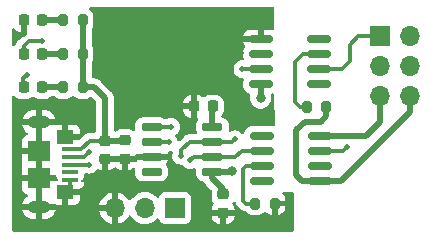
<source format=gbr>
%TF.GenerationSoftware,KiCad,Pcbnew,7.0.2*%
%TF.CreationDate,2023-06-02T20:19:36-04:00*%
%TF.ProjectId,Zaelio_USB_YHP,5a61656c-696f-45f5-9553-425f5948502e,rev?*%
%TF.SameCoordinates,Original*%
%TF.FileFunction,Copper,L1,Top*%
%TF.FilePolarity,Positive*%
%FSLAX46Y46*%
G04 Gerber Fmt 4.6, Leading zero omitted, Abs format (unit mm)*
G04 Created by KiCad (PCBNEW 7.0.2) date 2023-06-02 20:19:36*
%MOMM*%
%LPD*%
G01*
G04 APERTURE LIST*
G04 Aperture macros list*
%AMRoundRect*
0 Rectangle with rounded corners*
0 $1 Rounding radius*
0 $2 $3 $4 $5 $6 $7 $8 $9 X,Y pos of 4 corners*
0 Add a 4 corners polygon primitive as box body*
4,1,4,$2,$3,$4,$5,$6,$7,$8,$9,$2,$3,0*
0 Add four circle primitives for the rounded corners*
1,1,$1+$1,$2,$3*
1,1,$1+$1,$4,$5*
1,1,$1+$1,$6,$7*
1,1,$1+$1,$8,$9*
0 Add four rect primitives between the rounded corners*
20,1,$1+$1,$2,$3,$4,$5,0*
20,1,$1+$1,$4,$5,$6,$7,0*
20,1,$1+$1,$6,$7,$8,$9,0*
20,1,$1+$1,$8,$9,$2,$3,0*%
G04 Aperture macros list end*
%TA.AperFunction,ComponentPad*%
%ADD10R,1.700000X1.700000*%
%TD*%
%TA.AperFunction,ComponentPad*%
%ADD11O,1.700000X1.700000*%
%TD*%
%TA.AperFunction,SMDPad,CuDef*%
%ADD12RoundRect,0.150000X-0.725000X-0.150000X0.725000X-0.150000X0.725000X0.150000X-0.725000X0.150000X0*%
%TD*%
%TA.AperFunction,SMDPad,CuDef*%
%ADD13RoundRect,0.200000X0.200000X0.275000X-0.200000X0.275000X-0.200000X-0.275000X0.200000X-0.275000X0*%
%TD*%
%TA.AperFunction,SMDPad,CuDef*%
%ADD14RoundRect,0.218750X-0.218750X-0.256250X0.218750X-0.256250X0.218750X0.256250X-0.218750X0.256250X0*%
%TD*%
%TA.AperFunction,SMDPad,CuDef*%
%ADD15RoundRect,0.225000X0.225000X0.250000X-0.225000X0.250000X-0.225000X-0.250000X0.225000X-0.250000X0*%
%TD*%
%TA.AperFunction,SMDPad,CuDef*%
%ADD16RoundRect,0.150000X0.825000X0.150000X-0.825000X0.150000X-0.825000X-0.150000X0.825000X-0.150000X0*%
%TD*%
%TA.AperFunction,SMDPad,CuDef*%
%ADD17RoundRect,0.150000X-0.825000X-0.150000X0.825000X-0.150000X0.825000X0.150000X-0.825000X0.150000X0*%
%TD*%
%TA.AperFunction,SMDPad,CuDef*%
%ADD18RoundRect,0.200000X-0.200000X-0.275000X0.200000X-0.275000X0.200000X0.275000X-0.200000X0.275000X0*%
%TD*%
%TA.AperFunction,SMDPad,CuDef*%
%ADD19RoundRect,0.225000X-0.250000X0.225000X-0.250000X-0.225000X0.250000X-0.225000X0.250000X0.225000X0*%
%TD*%
%TA.AperFunction,SMDPad,CuDef*%
%ADD20R,1.400000X0.400000*%
%TD*%
%TA.AperFunction,ComponentPad*%
%ADD21O,1.900000X1.050000*%
%TD*%
%TA.AperFunction,SMDPad,CuDef*%
%ADD22R,1.450000X1.150000*%
%TD*%
%TA.AperFunction,SMDPad,CuDef*%
%ADD23R,1.900000X1.750000*%
%TD*%
%TA.AperFunction,ViaPad*%
%ADD24C,0.500000*%
%TD*%
%TA.AperFunction,ViaPad*%
%ADD25C,0.800000*%
%TD*%
%TA.AperFunction,Conductor*%
%ADD26C,0.500000*%
%TD*%
%TA.AperFunction,Conductor*%
%ADD27C,0.300000*%
%TD*%
G04 APERTURE END LIST*
D10*
%TO.P,J1,1,Pin_1*%
%TO.N,Net-(J1-Pin_1)*%
X142790000Y-49595000D03*
D11*
%TO.P,J1,2,Pin_2*%
%TO.N,unconnected-(J1-Pin_2-Pad2)*%
X145330000Y-49595000D03*
%TO.P,J1,3,Pin_3*%
%TO.N,Net-(J1-Pin_3)*%
X142790000Y-52135000D03*
%TO.P,J1,4,Pin_4*%
%TO.N,unconnected-(J1-Pin_4-Pad4)*%
X145330000Y-52135000D03*
%TO.P,J1,5,Pin_5*%
%TO.N,Net-(J1-Pin_5)*%
X142790000Y-54675000D03*
%TO.P,J1,6,Pin_6*%
%TO.N,Earth*%
X145330000Y-54675000D03*
%TD*%
D10*
%TO.P,J3,1,Pin_1*%
%TO.N,/TX*%
X125390000Y-64110000D03*
D11*
%TO.P,J3,2,Pin_2*%
%TO.N,/RX*%
X122850000Y-64110000D03*
%TO.P,J3,3,Pin_3*%
%TO.N,GND*%
X120310000Y-64110000D03*
%TD*%
D12*
%TO.P,U4,1,UD+*%
%TO.N,Net-(J2-D+)*%
X123415000Y-57255000D03*
%TO.P,U4,2,UD-*%
%TO.N,Net-(J2-D-)*%
X123415000Y-58525000D03*
%TO.P,U4,3,GND*%
%TO.N,GND*%
X123415000Y-59795000D03*
%TO.P,U4,4,RTS#*%
%TO.N,unconnected-(U4-RTS#-Pad4)*%
X123415000Y-61065000D03*
%TO.P,U4,5,VCC*%
%TO.N,/+5V_USB*%
X128565000Y-61065000D03*
%TO.P,U4,6,TX*%
%TO.N,/TX*%
X128565000Y-59795000D03*
%TO.P,U4,7,RX*%
%TO.N,/RX*%
X128565000Y-58525000D03*
%TO.P,U4,8,V3*%
%TO.N,Net-(U4-V3)*%
X128565000Y-57255000D03*
%TD*%
D13*
%TO.P,R4,1*%
%TO.N,/+5V_USB*%
X117580000Y-51060000D03*
%TO.P,R4,2*%
%TO.N,Net-(D2-A)*%
X115930000Y-51060000D03*
%TD*%
D14*
%TO.P,D2,1,K*%
%TO.N,/RX*%
X112582500Y-51080000D03*
%TO.P,D2,2,A*%
%TO.N,Net-(D2-A)*%
X114157500Y-51080000D03*
%TD*%
D15*
%TO.P,C1,1*%
%TO.N,Net-(U4-V3)*%
X128585000Y-55510000D03*
%TO.P,C1,2*%
%TO.N,GND*%
X127035000Y-55510000D03*
%TD*%
D14*
%TO.P,D1,1,K*%
%TO.N,GND*%
X112582500Y-48220000D03*
%TO.P,D1,2,A*%
%TO.N,Net-(D1-A)*%
X114157500Y-48220000D03*
%TD*%
D16*
%TO.P,U1,1*%
%TO.N,unconnected-(U1-Pad1)*%
X137615000Y-53615000D03*
%TO.P,U1,2*%
%TO.N,Net-(J1-Pin_1)*%
X137615000Y-52345000D03*
%TO.P,U1,3*%
%TO.N,Net-(R1-Pad1)*%
X137615000Y-51075000D03*
%TO.P,U1,4*%
%TO.N,unconnected-(U1-Pad4)*%
X137615000Y-49805000D03*
%TO.P,U1,5*%
%TO.N,GND*%
X132665000Y-49805000D03*
%TO.P,U1,6*%
%TO.N,unconnected-(U1-Pad6)*%
X132665000Y-51075000D03*
%TO.P,U1,7*%
%TO.N,/RX*%
X132665000Y-52345000D03*
%TO.P,U1,8*%
%TO.N,/+5V_USB*%
X132665000Y-53615000D03*
%TD*%
D17*
%TO.P,U2,1*%
%TO.N,unconnected-(U2-Pad1)*%
X132735000Y-58005000D03*
%TO.P,U2,2*%
%TO.N,/TX*%
X132735000Y-59275000D03*
%TO.P,U2,3*%
%TO.N,Net-(R2-Pad1)*%
X132735000Y-60545000D03*
%TO.P,U2,4*%
%TO.N,unconnected-(U2-Pad4)*%
X132735000Y-61815000D03*
%TO.P,U2,5*%
%TO.N,Earth*%
X137685000Y-61815000D03*
%TO.P,U2,6*%
%TO.N,unconnected-(U2-Pad6)*%
X137685000Y-60545000D03*
%TO.P,U2,7*%
%TO.N,Net-(J1-Pin_3)*%
X137685000Y-59275000D03*
%TO.P,U2,8*%
%TO.N,Net-(J1-Pin_5)*%
X137685000Y-58005000D03*
%TD*%
D18*
%TO.P,R2,1*%
%TO.N,Net-(R2-Pad1)*%
X132185000Y-63740000D03*
%TO.P,R2,2*%
%TO.N,GND*%
X133835000Y-63740000D03*
%TD*%
D19*
%TO.P,C3,1*%
%TO.N,/+5V_USB*%
X119480000Y-58405000D03*
%TO.P,C3,2*%
%TO.N,GND*%
X119480000Y-59955000D03*
%TD*%
D14*
%TO.P,D3,1,K*%
%TO.N,/TX*%
X112582500Y-53900000D03*
%TO.P,D3,2,A*%
%TO.N,Net-(D3-A)*%
X114157500Y-53900000D03*
%TD*%
D13*
%TO.P,R3,1*%
%TO.N,/+5V_USB*%
X117580000Y-48220000D03*
%TO.P,R3,2*%
%TO.N,Net-(D1-A)*%
X115930000Y-48220000D03*
%TD*%
D19*
%TO.P,C4,1*%
%TO.N,/+5V_USB*%
X121150000Y-58395000D03*
%TO.P,C4,2*%
%TO.N,GND*%
X121150000Y-59945000D03*
%TD*%
D20*
%TO.P,J2,1,VBUS*%
%TO.N,/+5V_USB*%
X116530000Y-59145000D03*
%TO.P,J2,2,D-*%
%TO.N,Net-(J2-D-)*%
X116530000Y-59795000D03*
%TO.P,J2,3,D+*%
%TO.N,Net-(J2-D+)*%
X116530000Y-60445000D03*
%TO.P,J2,4,ID*%
%TO.N,unconnected-(J2-ID-Pad4)*%
X116530000Y-61095000D03*
%TO.P,J2,5,GND*%
%TO.N,GND*%
X116530000Y-61745000D03*
D21*
%TO.P,J2,6,Shield*%
X113880000Y-56870000D03*
D22*
X116110000Y-58125000D03*
D23*
X113880000Y-59320000D03*
X113880000Y-61570000D03*
D22*
X116110000Y-62765000D03*
D21*
X113880000Y-64020000D03*
%TD*%
D13*
%TO.P,R5,1*%
%TO.N,/+5V_USB*%
X117580000Y-53900000D03*
%TO.P,R5,2*%
%TO.N,Net-(D3-A)*%
X115930000Y-53900000D03*
%TD*%
D18*
%TO.P,R1,1*%
%TO.N,Net-(R1-Pad1)*%
X136560000Y-55550000D03*
%TO.P,R1,2*%
%TO.N,Earth*%
X138210000Y-55550000D03*
%TD*%
D19*
%TO.P,C2,1*%
%TO.N,/+5V_USB*%
X129470000Y-62955000D03*
%TO.P,C2,2*%
%TO.N,GND*%
X129470000Y-64505000D03*
%TD*%
D24*
%TO.N,GND*%
X128000000Y-54000000D03*
X121000000Y-55000000D03*
X132000000Y-65000000D03*
X130000000Y-50000000D03*
X125000000Y-55000000D03*
X127000000Y-48000000D03*
X120000000Y-48000000D03*
X119000000Y-51000000D03*
X119000000Y-62000000D03*
X123000000Y-48000000D03*
X121000000Y-51000000D03*
X132000000Y-48000000D03*
X116000000Y-65000000D03*
X124000000Y-48000000D03*
X125000000Y-52000000D03*
X133000000Y-65000000D03*
X131000000Y-50000000D03*
X130000000Y-49000000D03*
X122000000Y-55000000D03*
X124000000Y-54000000D03*
X115000000Y-55000000D03*
X125000000Y-48000000D03*
X121000000Y-54000000D03*
X128000000Y-49000000D03*
X129000000Y-53000000D03*
X121000000Y-62000000D03*
X126000000Y-48000000D03*
X119000000Y-52000000D03*
X131000000Y-49000000D03*
X130000000Y-51000000D03*
X128000000Y-50000000D03*
X120000000Y-62000000D03*
X122000000Y-48000000D03*
X130000000Y-48000000D03*
X119000000Y-53000000D03*
X123000000Y-53000000D03*
X119000000Y-48000000D03*
X123000000Y-51000000D03*
X129000000Y-49000000D03*
X122000000Y-62000000D03*
X129000000Y-54000000D03*
X123000000Y-55000000D03*
X124000000Y-52000000D03*
X133000000Y-48000000D03*
X124000000Y-53000000D03*
X123000000Y-54000000D03*
X135000000Y-65000000D03*
X134000000Y-65000000D03*
X125000000Y-53000000D03*
X124000000Y-55000000D03*
X125000000Y-54000000D03*
X128000000Y-48000000D03*
X120000000Y-51000000D03*
X122000000Y-54000000D03*
X131000000Y-48000000D03*
X130000000Y-52000000D03*
X129000000Y-50000000D03*
X123000000Y-52000000D03*
X131000000Y-51000000D03*
X121000000Y-48000000D03*
X128000000Y-52000000D03*
X124000000Y-51000000D03*
X128000000Y-53000000D03*
X129000000Y-48000000D03*
X128000000Y-51000000D03*
X120000000Y-52000000D03*
X127000000Y-49000000D03*
X129000000Y-52000000D03*
X129000000Y-51000000D03*
X122000000Y-51000000D03*
X112590000Y-49390000D03*
X122000000Y-53000000D03*
X121000000Y-52000000D03*
X121000000Y-53000000D03*
X120000000Y-53000000D03*
X122000000Y-52000000D03*
D25*
%TO.N,/+5V_USB*%
X130240000Y-61020000D03*
X132650000Y-54800000D03*
D24*
X119470000Y-57600000D03*
%TO.N,/RX*%
X131110000Y-52360000D03*
X130460000Y-58310000D03*
X114170000Y-49950000D03*
X125920000Y-59690000D03*
%TO.N,/TX*%
X112880000Y-52820000D03*
X126690000Y-60090000D03*
%TO.N,Net-(J1-Pin_3)*%
X139930000Y-58980000D03*
%TO.N,Net-(J2-D-)*%
X124860000Y-58560000D03*
X118080000Y-59370000D03*
%TO.N,Net-(J2-D+)*%
X125070000Y-57260000D03*
X118130000Y-60450000D03*
%TD*%
D26*
%TO.N,Net-(U4-V3)*%
X128565000Y-57255000D02*
X128565000Y-55530000D01*
X128565000Y-55530000D02*
X128585000Y-55510000D01*
D27*
%TO.N,GND*%
X116530000Y-62345000D02*
X116110000Y-62765000D01*
X112582500Y-49382500D02*
X112590000Y-49390000D01*
X116530000Y-61745000D02*
X116530000Y-62345000D01*
X112582500Y-48220000D02*
X112582500Y-49382500D01*
D26*
%TO.N,/+5V_USB*%
X117580000Y-48220000D02*
X117580000Y-51060000D01*
X117580000Y-53900000D02*
X118550000Y-53900000D01*
X132650000Y-54800000D02*
X132650000Y-53630000D01*
X132650000Y-53630000D02*
X132665000Y-53615000D01*
X119480000Y-58405000D02*
X121140000Y-58405000D01*
X129470000Y-62520000D02*
X129470000Y-62955000D01*
X118550000Y-53900000D02*
X119470000Y-54820000D01*
X128565000Y-61615000D02*
X129470000Y-62520000D01*
X119470000Y-54820000D02*
X119470000Y-58395000D01*
X121140000Y-58405000D02*
X121150000Y-58395000D01*
X119470000Y-58395000D02*
X119480000Y-58405000D01*
X128565000Y-61065000D02*
X130195000Y-61065000D01*
D27*
X116530000Y-59145000D02*
X117456471Y-59145000D01*
X117456471Y-59145000D02*
X118196471Y-58405000D01*
D26*
X117580000Y-51060000D02*
X117580000Y-53900000D01*
X130195000Y-61065000D02*
X130240000Y-61020000D01*
X128565000Y-61065000D02*
X128565000Y-61615000D01*
D27*
X118196471Y-58405000D02*
X119480000Y-58405000D01*
D26*
%TO.N,Net-(D1-A)*%
X114157500Y-48220000D02*
X115930000Y-48220000D01*
D27*
%TO.N,/RX*%
X130245000Y-58525000D02*
X130460000Y-58310000D01*
X126000000Y-59160000D02*
X125920000Y-59240000D01*
X114170000Y-49950000D02*
X113020000Y-49950000D01*
X132650000Y-52360000D02*
X132665000Y-52345000D01*
X126635000Y-58525000D02*
X126000000Y-59160000D01*
X131110000Y-52360000D02*
X132650000Y-52360000D01*
X128565000Y-58525000D02*
X126635000Y-58525000D01*
X128565000Y-58525000D02*
X130245000Y-58525000D01*
X125920000Y-59240000D02*
X125920000Y-59690000D01*
X113020000Y-49950000D02*
X112590000Y-50380000D01*
X112590000Y-51072500D02*
X112582500Y-51080000D01*
X112590000Y-50380000D02*
X112590000Y-51072500D01*
D26*
%TO.N,Net-(D2-A)*%
X114157500Y-51080000D02*
X115910000Y-51080000D01*
X115910000Y-51080000D02*
X115930000Y-51060000D01*
D27*
%TO.N,/TX*%
X112880000Y-52820000D02*
X112570000Y-53130000D01*
X112570000Y-53887500D02*
X112582500Y-53900000D01*
X128565000Y-59795000D02*
X130515000Y-59795000D01*
X128565000Y-59795000D02*
X126985000Y-59795000D01*
X131035000Y-59275000D02*
X132735000Y-59275000D01*
X126985000Y-59795000D02*
X126690000Y-60090000D01*
X112570000Y-53130000D02*
X112570000Y-53887500D01*
X130515000Y-59795000D02*
X131035000Y-59275000D01*
D26*
%TO.N,Net-(D3-A)*%
X114157500Y-53900000D02*
X115930000Y-53900000D01*
D27*
%TO.N,Net-(J1-Pin_1)*%
X140915000Y-49595000D02*
X142790000Y-49595000D01*
X137615000Y-52345000D02*
X139495000Y-52345000D01*
X140210000Y-51630000D02*
X140210000Y-50300000D01*
X139495000Y-52345000D02*
X140210000Y-51630000D01*
X140210000Y-50300000D02*
X140915000Y-49595000D01*
%TO.N,Net-(J1-Pin_3)*%
X139635000Y-59275000D02*
X139930000Y-58980000D01*
X137685000Y-59275000D02*
X139635000Y-59275000D01*
D26*
%TO.N,Net-(J1-Pin_5)*%
X141595000Y-58005000D02*
X142790000Y-56810000D01*
X137685000Y-58005000D02*
X141595000Y-58005000D01*
X142790000Y-56810000D02*
X142790000Y-54675000D01*
%TO.N,Earth*%
X136400000Y-56820000D02*
X137750000Y-56820000D01*
X138210000Y-56360000D02*
X138210000Y-55550000D01*
X137685000Y-61815000D02*
X136175000Y-61815000D01*
X135670000Y-57550000D02*
X136400000Y-56820000D01*
X135670000Y-61310000D02*
X135670000Y-57550000D01*
X137750000Y-56820000D02*
X138210000Y-56360000D01*
X139475000Y-61815000D02*
X137685000Y-61815000D01*
X145330000Y-55960000D02*
X139475000Y-61815000D01*
X145330000Y-54675000D02*
X145330000Y-55960000D01*
X136175000Y-61815000D02*
X135670000Y-61310000D01*
D27*
%TO.N,Net-(J2-D-)*%
X124860000Y-58560000D02*
X123450000Y-58560000D01*
X123450000Y-58560000D02*
X123415000Y-58525000D01*
X116530000Y-59795000D02*
X117655000Y-59795000D01*
X117655000Y-59795000D02*
X118080000Y-59370000D01*
%TO.N,Net-(J2-D+)*%
X116530000Y-60445000D02*
X118125000Y-60445000D01*
X118125000Y-60445000D02*
X118130000Y-60450000D01*
X123420000Y-57260000D02*
X123415000Y-57255000D01*
X125070000Y-57260000D02*
X123420000Y-57260000D01*
%TO.N,Net-(R1-Pad1)*%
X135570000Y-51740000D02*
X135570000Y-55120000D01*
X136235000Y-51075000D02*
X135570000Y-51740000D01*
X137615000Y-51075000D02*
X136235000Y-51075000D01*
X136000000Y-55550000D02*
X136560000Y-55550000D01*
X135570000Y-55120000D02*
X136000000Y-55550000D01*
%TO.N,Net-(R2-Pad1)*%
X131160000Y-63490000D02*
X131410000Y-63740000D01*
X131415000Y-60545000D02*
X131160000Y-60800000D01*
X131410000Y-63740000D02*
X132185000Y-63740000D01*
X131160000Y-60800000D02*
X131160000Y-63490000D01*
X132735000Y-60545000D02*
X131415000Y-60545000D01*
%TD*%
%TA.AperFunction,Conductor*%
%TO.N,GND*%
G36*
X111805203Y-54615322D02*
G01*
X111811681Y-54621354D01*
X111914606Y-54724279D01*
X111914608Y-54724280D01*
X111914609Y-54724281D01*
X112057713Y-54812549D01*
X112137513Y-54838992D01*
X112217314Y-54865436D01*
X112312693Y-54875180D01*
X112312694Y-54875180D01*
X112315826Y-54875500D01*
X112318975Y-54875500D01*
X112846025Y-54875500D01*
X112849174Y-54875500D01*
X112947685Y-54865436D01*
X113107287Y-54812549D01*
X113250391Y-54724281D01*
X113282317Y-54692353D01*
X113343640Y-54658868D01*
X113413332Y-54663852D01*
X113457682Y-54692354D01*
X113489606Y-54724279D01*
X113489608Y-54724280D01*
X113489609Y-54724281D01*
X113632713Y-54812549D01*
X113712513Y-54838992D01*
X113792314Y-54865436D01*
X113887693Y-54875180D01*
X113887694Y-54875180D01*
X113890826Y-54875500D01*
X113893975Y-54875500D01*
X114421025Y-54875500D01*
X114424174Y-54875500D01*
X114522685Y-54865436D01*
X114682287Y-54812549D01*
X114825391Y-54724281D01*
X114862852Y-54686819D01*
X114924175Y-54653334D01*
X114950534Y-54650500D01*
X115163481Y-54650500D01*
X115230520Y-54670185D01*
X115251163Y-54686820D01*
X115294813Y-54730471D01*
X115294815Y-54730472D01*
X115440394Y-54818478D01*
X115602804Y-54869086D01*
X115673384Y-54875500D01*
X115676203Y-54875500D01*
X116183797Y-54875500D01*
X116186616Y-54875500D01*
X116257196Y-54869086D01*
X116419606Y-54818478D01*
X116565185Y-54730472D01*
X116608837Y-54686820D01*
X116667319Y-54628339D01*
X116728642Y-54594854D01*
X116798334Y-54599838D01*
X116842681Y-54628339D01*
X116944813Y-54730471D01*
X116944815Y-54730472D01*
X117090394Y-54818478D01*
X117252804Y-54869086D01*
X117323384Y-54875500D01*
X117326203Y-54875500D01*
X117833797Y-54875500D01*
X117836616Y-54875500D01*
X117907196Y-54869086D01*
X118069606Y-54818478D01*
X118196816Y-54741575D01*
X118264368Y-54723740D01*
X118330842Y-54745257D01*
X118348640Y-54760008D01*
X118529006Y-54940373D01*
X118683181Y-55094548D01*
X118716666Y-55155871D01*
X118719500Y-55182229D01*
X118719500Y-57550889D01*
X118718720Y-57564774D01*
X118714750Y-57600000D01*
X118715076Y-57602890D01*
X118713251Y-57613305D01*
X118713186Y-57613885D01*
X118713150Y-57613880D01*
X118703019Y-57671712D01*
X118679539Y-57704448D01*
X118665810Y-57718178D01*
X118604489Y-57751665D01*
X118578126Y-57754500D01*
X118281976Y-57754500D01*
X118260766Y-57752158D01*
X118188209Y-57754439D01*
X118184314Y-57754500D01*
X118155546Y-57754500D01*
X118151684Y-57754987D01*
X118151663Y-57754989D01*
X118151152Y-57755054D01*
X118139530Y-57755968D01*
X118093899Y-57757402D01*
X118073523Y-57763322D01*
X118054477Y-57767267D01*
X118033410Y-57769928D01*
X117990958Y-57786736D01*
X117979910Y-57790519D01*
X117936071Y-57803256D01*
X117917801Y-57814061D01*
X117900333Y-57822618D01*
X117890801Y-57826393D01*
X117880597Y-57830433D01*
X117843662Y-57857266D01*
X117833906Y-57863675D01*
X117794606Y-57886918D01*
X117779596Y-57901928D01*
X117764807Y-57914558D01*
X117747635Y-57927034D01*
X117718528Y-57962218D01*
X117710667Y-57970856D01*
X117342843Y-58338681D01*
X117281520Y-58372166D01*
X117255162Y-58375000D01*
X115984000Y-58375000D01*
X115916961Y-58355315D01*
X115871206Y-58302511D01*
X115860000Y-58251000D01*
X115860000Y-57874999D01*
X116359999Y-57874999D01*
X116360000Y-57875000D01*
X117335000Y-57875000D01*
X117335000Y-57505481D01*
X117334645Y-57498867D01*
X117328599Y-57442628D01*
X117278352Y-57307910D01*
X117192188Y-57192811D01*
X117077089Y-57106647D01*
X116942371Y-57056400D01*
X116886132Y-57050354D01*
X116879518Y-57050000D01*
X116360000Y-57050000D01*
X116359999Y-57874999D01*
X115860000Y-57874999D01*
X115860000Y-57050000D01*
X115370000Y-57050000D01*
X115336319Y-57083681D01*
X115274996Y-57117166D01*
X115248638Y-57120000D01*
X114130000Y-57120000D01*
X114130000Y-61320000D01*
X115219050Y-61320000D01*
X115286089Y-61339685D01*
X115331844Y-61392489D01*
X115335233Y-61400669D01*
X115335908Y-61402480D01*
X115335909Y-61402483D01*
X115348856Y-61437196D01*
X115362182Y-61472926D01*
X115369999Y-61516255D01*
X115369999Y-61544999D01*
X115386679Y-61561679D01*
X115396914Y-61564685D01*
X115429142Y-61594689D01*
X115475336Y-61656396D01*
X115499753Y-61721860D01*
X115484902Y-61790133D01*
X115435497Y-61839539D01*
X115367224Y-61854391D01*
X115301759Y-61829975D01*
X115290248Y-61820000D01*
X114130000Y-61820000D01*
X114130000Y-63770000D01*
X115248638Y-63770000D01*
X115315677Y-63789685D01*
X115336319Y-63806319D01*
X115370000Y-63840000D01*
X115860000Y-63840000D01*
X115860000Y-63839999D01*
X116359999Y-63839999D01*
X116360000Y-63840000D01*
X116879518Y-63840000D01*
X116886132Y-63839645D01*
X116942371Y-63833599D01*
X117077089Y-63783352D01*
X117192188Y-63697188D01*
X117278352Y-63582089D01*
X117328599Y-63447371D01*
X117334645Y-63391132D01*
X117335000Y-63384518D01*
X117335000Y-63015000D01*
X116360000Y-63015000D01*
X116359999Y-63839999D01*
X115860000Y-63839999D01*
X115860000Y-62639000D01*
X115879685Y-62571961D01*
X115932489Y-62526206D01*
X115984000Y-62515000D01*
X117335000Y-62515000D01*
X117339396Y-62510603D01*
X117354682Y-62458542D01*
X117407485Y-62412786D01*
X117415666Y-62409397D01*
X117472088Y-62388352D01*
X117587188Y-62302188D01*
X117673352Y-62187089D01*
X117723599Y-62052371D01*
X117729645Y-61996132D01*
X117730000Y-61989518D01*
X117730000Y-61945000D01*
X117569434Y-61945000D01*
X117502395Y-61925315D01*
X117456640Y-61872511D01*
X117446696Y-61803353D01*
X117475721Y-61739797D01*
X117495118Y-61721737D01*
X117587546Y-61652546D01*
X117620876Y-61608022D01*
X117630858Y-61594689D01*
X117686792Y-61552818D01*
X117729972Y-61545027D01*
X117729999Y-61544999D01*
X117730000Y-61500481D01*
X117729645Y-61493871D01*
X117723380Y-61435599D01*
X117723380Y-61409084D01*
X117724089Y-61402487D01*
X117724091Y-61402483D01*
X117730500Y-61342873D01*
X117730500Y-61280088D01*
X117750185Y-61213050D01*
X117802989Y-61167295D01*
X117872147Y-61157351D01*
X117895446Y-61163045D01*
X117961941Y-61186313D01*
X118130000Y-61205249D01*
X118298059Y-61186313D01*
X118457690Y-61130456D01*
X118600890Y-61040477D01*
X118720477Y-60920890D01*
X118747135Y-60878464D01*
X118799468Y-60832175D01*
X118868521Y-60821527D01*
X118917226Y-60838900D01*
X118921518Y-60841547D01*
X119082393Y-60894856D01*
X119178535Y-60904678D01*
X119184852Y-60904999D01*
X119229999Y-60904999D01*
X119229999Y-60904998D01*
X119729999Y-60904998D01*
X119730000Y-60904999D01*
X119775165Y-60904999D01*
X119781447Y-60904678D01*
X119877605Y-60894856D01*
X120038486Y-60841546D01*
X120182728Y-60752576D01*
X120232316Y-60702987D01*
X120293639Y-60669501D01*
X120363331Y-60674485D01*
X120407680Y-60702986D01*
X120447267Y-60742573D01*
X120591513Y-60831546D01*
X120752393Y-60884856D01*
X120848535Y-60894678D01*
X120854852Y-60894999D01*
X120899999Y-60894999D01*
X121400000Y-60894999D01*
X121445165Y-60894999D01*
X121451447Y-60894678D01*
X121547605Y-60884856D01*
X121708486Y-60831546D01*
X121850403Y-60744010D01*
X121917795Y-60725569D01*
X121984459Y-60746491D01*
X122029228Y-60800133D01*
X122039500Y-60849548D01*
X122039500Y-61280694D01*
X122039690Y-61283114D01*
X122039691Y-61283128D01*
X122042402Y-61317572D01*
X122088255Y-61475397D01*
X122124883Y-61537331D01*
X122171919Y-61616865D01*
X122288135Y-61733081D01*
X122378410Y-61786469D01*
X122429602Y-61816744D01*
X122587427Y-61862597D01*
X122587431Y-61862598D01*
X122624306Y-61865500D01*
X122626751Y-61865500D01*
X124203249Y-61865500D01*
X124205694Y-61865500D01*
X124242569Y-61862598D01*
X124400398Y-61816744D01*
X124541865Y-61733081D01*
X124658081Y-61616865D01*
X124741744Y-61475398D01*
X124787598Y-61317569D01*
X124790500Y-61280694D01*
X124790500Y-60849306D01*
X124787598Y-60812431D01*
X124768440Y-60746491D01*
X124741744Y-60654602D01*
X124650107Y-60499652D01*
X124652007Y-60498527D01*
X124628788Y-60456004D01*
X124633772Y-60386312D01*
X124650397Y-60360447D01*
X124649709Y-60360040D01*
X124741280Y-60205200D01*
X124787099Y-60047488D01*
X124787295Y-60045000D01*
X122165000Y-60045000D01*
X122165000Y-60071000D01*
X122145315Y-60138039D01*
X122092511Y-60183794D01*
X122041000Y-60195000D01*
X121400000Y-60195000D01*
X121400000Y-60894999D01*
X120899999Y-60894999D01*
X120900000Y-60894998D01*
X120900000Y-60195000D01*
X120473120Y-60195000D01*
X120459996Y-60202166D01*
X120433638Y-60205000D01*
X119729999Y-60205000D01*
X119729999Y-60904998D01*
X119229999Y-60904998D01*
X119230000Y-59829000D01*
X119249685Y-59761961D01*
X119302489Y-59716206D01*
X119354000Y-59705000D01*
X120156880Y-59705000D01*
X120170004Y-59697834D01*
X120196362Y-59695000D01*
X122000000Y-59695000D01*
X122000000Y-59669000D01*
X122019685Y-59601961D01*
X122072489Y-59556206D01*
X122124000Y-59545000D01*
X124787295Y-59545000D01*
X124787295Y-59544999D01*
X124787099Y-59542507D01*
X124766540Y-59471742D01*
X124766739Y-59401873D01*
X124804681Y-59343203D01*
X124868319Y-59314359D01*
X124871724Y-59313927D01*
X125028059Y-59296313D01*
X125052328Y-59287820D01*
X125122105Y-59284258D01*
X125182732Y-59318986D01*
X125214960Y-59380979D01*
X125210324Y-59445816D01*
X125183686Y-59521943D01*
X125164750Y-59689999D01*
X125183686Y-59858056D01*
X125183686Y-59858058D01*
X125183687Y-59858059D01*
X125239544Y-60017690D01*
X125329523Y-60160890D01*
X125449110Y-60280477D01*
X125592310Y-60370456D01*
X125751941Y-60426313D01*
X125807960Y-60432624D01*
X125919996Y-60445249D01*
X125919997Y-60445248D01*
X125920000Y-60445249D01*
X125942369Y-60442728D01*
X126011189Y-60454781D01*
X126061248Y-60499975D01*
X126099523Y-60560890D01*
X126219110Y-60680477D01*
X126362310Y-60770456D01*
X126521941Y-60826313D01*
X126690000Y-60845249D01*
X126858059Y-60826313D01*
X126871737Y-60821527D01*
X127017690Y-60770456D01*
X127017691Y-60770455D01*
X127024545Y-60768057D01*
X127094324Y-60764495D01*
X127154951Y-60799223D01*
X127187179Y-60861217D01*
X127189500Y-60885097D01*
X127189500Y-61280694D01*
X127189690Y-61283114D01*
X127189691Y-61283128D01*
X127192402Y-61317572D01*
X127238255Y-61475397D01*
X127274883Y-61537331D01*
X127321919Y-61616865D01*
X127438135Y-61733081D01*
X127528410Y-61786469D01*
X127579602Y-61816744D01*
X127737427Y-61862597D01*
X127737431Y-61862598D01*
X127774306Y-61865500D01*
X127773504Y-61865452D01*
X127839452Y-61887657D01*
X127873925Y-61924182D01*
X127879341Y-61932965D01*
X127889075Y-61953071D01*
X127930979Y-62016784D01*
X127932889Y-62019782D01*
X127972288Y-62083656D01*
X127972952Y-62084732D01*
X127985253Y-62099831D01*
X128040710Y-62152152D01*
X128043297Y-62154665D01*
X128459859Y-62571227D01*
X128493344Y-62632550D01*
X128495536Y-62671503D01*
X128494500Y-62681655D01*
X128494500Y-62684802D01*
X128494500Y-62684803D01*
X128494500Y-63225194D01*
X128494500Y-63225213D01*
X128494501Y-63228344D01*
X128494820Y-63231476D01*
X128494821Y-63231477D01*
X128504650Y-63327707D01*
X128557997Y-63488699D01*
X128647031Y-63633044D01*
X128656659Y-63642672D01*
X128690144Y-63703995D01*
X128685160Y-63773687D01*
X128656661Y-63818032D01*
X128647426Y-63827266D01*
X128558453Y-63971513D01*
X128505143Y-64132393D01*
X128495319Y-64228554D01*
X128495000Y-64234832D01*
X128495000Y-64255000D01*
X130444999Y-64255000D01*
X130444999Y-64234834D01*
X130444678Y-64228552D01*
X130434856Y-64132394D01*
X130381546Y-63971513D01*
X130292574Y-63827269D01*
X130283341Y-63818036D01*
X130249854Y-63756714D01*
X130254837Y-63687022D01*
X130283339Y-63642672D01*
X130292968Y-63633044D01*
X130299610Y-63622274D01*
X130351554Y-63575551D01*
X130420516Y-63564327D01*
X130484599Y-63592169D01*
X130520441Y-63641725D01*
X130541737Y-63695514D01*
X130545520Y-63706563D01*
X130558256Y-63750400D01*
X130569061Y-63768670D01*
X130577621Y-63786143D01*
X130579023Y-63789685D01*
X130585432Y-63805871D01*
X130588330Y-63809860D01*
X130612267Y-63842808D01*
X130618673Y-63852560D01*
X130641919Y-63891865D01*
X130641921Y-63891867D01*
X130656925Y-63906871D01*
X130669564Y-63921669D01*
X130682037Y-63938837D01*
X130717212Y-63967936D01*
X130725854Y-63975800D01*
X130889564Y-64139510D01*
X130902911Y-64156169D01*
X130955832Y-64205864D01*
X130958629Y-64208575D01*
X130978965Y-64228911D01*
X130982036Y-64231293D01*
X130982437Y-64231604D01*
X130991323Y-64239192D01*
X131024607Y-64270448D01*
X131035251Y-64276299D01*
X131043204Y-64280672D01*
X131059464Y-64291352D01*
X131076236Y-64304362D01*
X131118140Y-64322495D01*
X131128620Y-64327629D01*
X131168632Y-64349627D01*
X131189195Y-64354906D01*
X131207598Y-64361207D01*
X131227073Y-64369635D01*
X131272175Y-64376778D01*
X131283570Y-64379137D01*
X131327823Y-64390500D01*
X131327825Y-64390500D01*
X131342998Y-64394396D01*
X131342561Y-64396094D01*
X131390550Y-64410185D01*
X131427289Y-64447945D01*
X131429526Y-64450182D01*
X131429528Y-64450185D01*
X131549815Y-64570472D01*
X131695394Y-64658478D01*
X131857804Y-64709086D01*
X131928384Y-64715500D01*
X131931203Y-64715500D01*
X132438797Y-64715500D01*
X132441616Y-64715500D01*
X132512196Y-64709086D01*
X132674606Y-64658478D01*
X132820185Y-64570472D01*
X132922674Y-64467982D01*
X132983995Y-64434499D01*
X133053687Y-64439483D01*
X133098036Y-64467984D01*
X133200126Y-64570075D01*
X133345603Y-64658019D01*
X133507893Y-64708590D01*
X133575620Y-64714745D01*
X133581238Y-64714999D01*
X133584999Y-64714998D01*
X133585000Y-64714998D01*
X133585000Y-63990000D01*
X134085000Y-63990000D01*
X134085000Y-64714999D01*
X134088753Y-64714999D01*
X134094389Y-64714743D01*
X134162104Y-64708591D01*
X134324397Y-64658018D01*
X134469875Y-64570074D01*
X134590074Y-64449875D01*
X134678019Y-64304396D01*
X134728590Y-64142106D01*
X134734744Y-64074384D01*
X134735000Y-64068755D01*
X134735000Y-63990000D01*
X134085000Y-63990000D01*
X133585000Y-63990000D01*
X133585000Y-63614000D01*
X133604685Y-63546961D01*
X133657489Y-63501206D01*
X133709000Y-63490000D01*
X134734999Y-63490000D01*
X134734999Y-63411246D01*
X134734743Y-63405610D01*
X134728591Y-63337895D01*
X134678018Y-63175602D01*
X134590074Y-63030124D01*
X134511631Y-62951681D01*
X134478146Y-62890358D01*
X134483130Y-62820666D01*
X134525002Y-62764733D01*
X134590466Y-62740316D01*
X134599312Y-62740000D01*
X135346000Y-62740000D01*
X135413039Y-62759685D01*
X135458794Y-62812489D01*
X135470000Y-62864000D01*
X135470000Y-65985521D01*
X135450315Y-66052560D01*
X135397511Y-66098315D01*
X135346000Y-66109521D01*
X111724000Y-66109521D01*
X111656961Y-66089836D01*
X111611206Y-66037032D01*
X111600000Y-65985521D01*
X111600000Y-64270000D01*
X112459715Y-64270000D01*
X112503441Y-64414150D01*
X112598620Y-64592215D01*
X112726707Y-64748292D01*
X112882784Y-64876379D01*
X113060848Y-64971557D01*
X113254067Y-65030170D01*
X113401604Y-65044701D01*
X113407689Y-65045000D01*
X113630000Y-65045000D01*
X113630000Y-64270000D01*
X114130000Y-64270000D01*
X114130000Y-65045000D01*
X114352311Y-65045000D01*
X114358395Y-65044701D01*
X114505932Y-65030170D01*
X114699151Y-64971557D01*
X114877215Y-64876379D01*
X115033292Y-64748292D01*
X115161379Y-64592215D01*
X115256558Y-64414150D01*
X115272984Y-64360000D01*
X118979364Y-64360000D01*
X119036569Y-64573492D01*
X119136399Y-64787576D01*
X119271893Y-64981081D01*
X119438918Y-65148106D01*
X119632423Y-65283600D01*
X119846509Y-65383430D01*
X120060000Y-65440634D01*
X120060000Y-64545501D01*
X120167685Y-64594680D01*
X120274237Y-64610000D01*
X120345763Y-64610000D01*
X120452315Y-64594680D01*
X120560000Y-64545501D01*
X120560000Y-65440633D01*
X120773490Y-65383430D01*
X120987576Y-65283600D01*
X121181081Y-65148106D01*
X121348109Y-64981078D01*
X121478119Y-64795405D01*
X121532696Y-64751780D01*
X121602194Y-64744586D01*
X121664549Y-64776109D01*
X121681265Y-64795400D01*
X121811505Y-64981401D01*
X121978599Y-65148495D01*
X122172170Y-65284035D01*
X122386337Y-65383903D01*
X122598059Y-65440633D01*
X122614592Y-65445063D01*
X122849999Y-65465659D01*
X122849999Y-65465658D01*
X122850000Y-65465659D01*
X123085408Y-65445063D01*
X123313663Y-65383903D01*
X123527830Y-65284035D01*
X123721401Y-65148495D01*
X123843329Y-65026566D01*
X123904648Y-64993084D01*
X123974340Y-64998068D01*
X124030274Y-65039939D01*
X124047189Y-65070916D01*
X124096204Y-65202331D01*
X124182454Y-65317546D01*
X124297669Y-65403796D01*
X124432517Y-65454091D01*
X124492127Y-65460500D01*
X126287872Y-65460499D01*
X126347483Y-65454091D01*
X126482331Y-65403796D01*
X126597546Y-65317546D01*
X126683796Y-65202331D01*
X126734091Y-65067483D01*
X126740500Y-65007873D01*
X126740500Y-64755000D01*
X128495001Y-64755000D01*
X128495001Y-64775165D01*
X128495321Y-64781447D01*
X128505143Y-64877605D01*
X128558453Y-65038486D01*
X128647426Y-65182732D01*
X128767267Y-65302573D01*
X128911513Y-65391546D01*
X129072393Y-65444856D01*
X129168535Y-65454678D01*
X129174852Y-65454999D01*
X129219999Y-65454999D01*
X129220000Y-65454998D01*
X129220000Y-64755000D01*
X129720000Y-64755000D01*
X129720000Y-65454999D01*
X129765165Y-65454999D01*
X129771447Y-65454678D01*
X129867605Y-65444856D01*
X130028486Y-65391546D01*
X130172732Y-65302573D01*
X130292573Y-65182732D01*
X130381546Y-65038486D01*
X130434856Y-64877606D01*
X130444680Y-64781445D01*
X130445000Y-64775167D01*
X130445000Y-64755000D01*
X129720000Y-64755000D01*
X129220000Y-64755000D01*
X128495001Y-64755000D01*
X126740500Y-64755000D01*
X126740499Y-63212128D01*
X126734091Y-63152517D01*
X126683796Y-63017669D01*
X126597546Y-62902454D01*
X126482331Y-62816204D01*
X126347483Y-62765909D01*
X126287873Y-62759500D01*
X126284550Y-62759500D01*
X124495439Y-62759500D01*
X124495420Y-62759500D01*
X124492128Y-62759501D01*
X124488848Y-62759853D01*
X124488840Y-62759854D01*
X124432515Y-62765909D01*
X124297669Y-62816204D01*
X124182454Y-62902454D01*
X124096204Y-63017669D01*
X124047189Y-63149083D01*
X124005317Y-63205016D01*
X123939852Y-63229433D01*
X123871580Y-63214581D01*
X123843326Y-63193430D01*
X123721404Y-63071508D01*
X123721404Y-63071507D01*
X123721401Y-63071505D01*
X123527830Y-62935965D01*
X123313663Y-62836097D01*
X123252501Y-62819709D01*
X123085407Y-62774936D01*
X122849999Y-62754340D01*
X122614592Y-62774936D01*
X122386336Y-62836097D01*
X122172170Y-62935965D01*
X121978598Y-63071505D01*
X121811508Y-63238595D01*
X121811505Y-63238598D01*
X121811505Y-63238599D01*
X121709332Y-63384518D01*
X121681269Y-63424596D01*
X121626692Y-63468220D01*
X121557193Y-63475413D01*
X121494839Y-63443891D01*
X121478119Y-63424595D01*
X121348109Y-63238921D01*
X121181081Y-63071893D01*
X120987576Y-62936399D01*
X120773492Y-62836569D01*
X120560000Y-62779364D01*
X120560000Y-63674498D01*
X120452315Y-63625320D01*
X120345763Y-63610000D01*
X120274237Y-63610000D01*
X120167685Y-63625320D01*
X120059999Y-63674498D01*
X120059999Y-62779364D01*
X119846507Y-62836569D01*
X119632421Y-62936400D01*
X119438921Y-63071890D01*
X119271890Y-63238921D01*
X119136400Y-63432421D01*
X119036569Y-63646507D01*
X118979364Y-63859999D01*
X118979364Y-63860000D01*
X119876314Y-63860000D01*
X119850507Y-63900156D01*
X119810000Y-64038111D01*
X119810000Y-64181889D01*
X119850507Y-64319844D01*
X119876314Y-64360000D01*
X118979364Y-64360000D01*
X115272984Y-64360000D01*
X115300285Y-64270000D01*
X114130000Y-64270000D01*
X113630000Y-64270000D01*
X112459715Y-64270000D01*
X111600000Y-64270000D01*
X111600000Y-64044044D01*
X113251233Y-64044044D01*
X113280791Y-64135013D01*
X113344794Y-64206096D01*
X113432175Y-64245000D01*
X114303650Y-64245000D01*
X114373560Y-64230140D01*
X114450943Y-64173918D01*
X114498769Y-64091082D01*
X114508767Y-63995956D01*
X114479209Y-63904987D01*
X114415206Y-63833904D01*
X114327825Y-63795000D01*
X113456350Y-63795000D01*
X113386440Y-63809860D01*
X113309057Y-63866082D01*
X113261231Y-63948918D01*
X113251233Y-64044044D01*
X111600000Y-64044044D01*
X111600000Y-61820000D01*
X112430000Y-61820000D01*
X112430000Y-62489518D01*
X112430354Y-62496132D01*
X112436400Y-62552371D01*
X112486647Y-62687089D01*
X112572811Y-62802188D01*
X112687910Y-62888352D01*
X112822623Y-62938597D01*
X112824311Y-62938779D01*
X112835188Y-62943283D01*
X112837218Y-62944041D01*
X112837190Y-62944113D01*
X112888863Y-62965514D01*
X112928714Y-63022905D01*
X112931210Y-63092730D01*
X112895561Y-63152820D01*
X112889726Y-63157922D01*
X112726708Y-63291706D01*
X112598620Y-63447784D01*
X112503441Y-63625849D01*
X112459715Y-63770000D01*
X113630000Y-63770000D01*
X113630000Y-61820000D01*
X112430000Y-61820000D01*
X111600000Y-61820000D01*
X111600000Y-59570000D01*
X112430000Y-59570000D01*
X112430000Y-60239518D01*
X112430354Y-60246132D01*
X112436400Y-60302373D01*
X112473435Y-60401666D01*
X112478419Y-60471357D01*
X112473435Y-60488332D01*
X112436400Y-60587626D01*
X112430354Y-60643867D01*
X112430000Y-60650481D01*
X112430000Y-61320000D01*
X113630000Y-61320000D01*
X113630000Y-59570000D01*
X112430000Y-59570000D01*
X111600000Y-59570000D01*
X111600000Y-59070000D01*
X112430000Y-59070000D01*
X113630000Y-59070000D01*
X113630000Y-57120000D01*
X112459715Y-57120000D01*
X112503441Y-57264150D01*
X112598620Y-57442215D01*
X112726707Y-57598292D01*
X112889725Y-57732076D01*
X112929060Y-57789822D01*
X112930931Y-57859666D01*
X112894744Y-57919435D01*
X112831988Y-57950151D01*
X112824318Y-57951219D01*
X112822628Y-57951400D01*
X112687910Y-58001647D01*
X112572811Y-58087811D01*
X112486647Y-58202910D01*
X112436400Y-58337628D01*
X112430354Y-58393867D01*
X112430000Y-58400481D01*
X112430000Y-59070000D01*
X111600000Y-59070000D01*
X111600000Y-56894044D01*
X113251233Y-56894044D01*
X113280791Y-56985013D01*
X113344794Y-57056096D01*
X113432175Y-57095000D01*
X114303650Y-57095000D01*
X114373560Y-57080140D01*
X114450943Y-57023918D01*
X114498769Y-56941082D01*
X114508767Y-56845956D01*
X114479209Y-56754987D01*
X114415206Y-56683904D01*
X114327825Y-56645000D01*
X113456350Y-56645000D01*
X113386440Y-56659860D01*
X113309057Y-56716082D01*
X113261231Y-56798918D01*
X113251233Y-56894044D01*
X111600000Y-56894044D01*
X111600000Y-56620000D01*
X112459715Y-56620000D01*
X113630000Y-56620000D01*
X113630000Y-55845000D01*
X114130000Y-55845000D01*
X114130000Y-56620000D01*
X115300285Y-56620000D01*
X115256558Y-56475849D01*
X115161379Y-56297784D01*
X115033292Y-56141707D01*
X114877215Y-56013620D01*
X114699151Y-55918442D01*
X114505932Y-55859829D01*
X114358395Y-55845298D01*
X114352311Y-55845000D01*
X114130000Y-55845000D01*
X113630000Y-55845000D01*
X113407689Y-55845000D01*
X113401604Y-55845298D01*
X113254067Y-55859829D01*
X113060848Y-55918442D01*
X112882784Y-56013620D01*
X112726707Y-56141707D01*
X112598620Y-56297784D01*
X112503441Y-56475849D01*
X112459715Y-56620000D01*
X111600000Y-56620000D01*
X111600000Y-54709035D01*
X111619685Y-54641996D01*
X111672489Y-54596241D01*
X111741647Y-54586297D01*
X111805203Y-54615322D01*
G37*
%TD.AperFunction*%
%TA.AperFunction,Conductor*%
G36*
X133743357Y-47130185D02*
G01*
X133789112Y-47182989D01*
X133800317Y-47234182D01*
X133800663Y-47369141D01*
X133804590Y-48904051D01*
X133785077Y-48971140D01*
X133732390Y-49017030D01*
X133663257Y-49027151D01*
X133645995Y-49023444D01*
X133592493Y-49007900D01*
X133558076Y-49005191D01*
X133553197Y-49005000D01*
X132915000Y-49005000D01*
X132915000Y-49931000D01*
X132895315Y-49998039D01*
X132842511Y-50043794D01*
X132791000Y-50055000D01*
X131192704Y-50055000D01*
X131192900Y-50057488D01*
X131238719Y-50215200D01*
X131330291Y-50370040D01*
X131328252Y-50371245D01*
X131351210Y-50413288D01*
X131346226Y-50482980D01*
X131329309Y-50509306D01*
X131329893Y-50509652D01*
X131238255Y-50664602D01*
X131192402Y-50822427D01*
X131189691Y-50856871D01*
X131189690Y-50856886D01*
X131189500Y-50859306D01*
X131189500Y-51290694D01*
X131189690Y-51293114D01*
X131189691Y-51293128D01*
X131192402Y-51327572D01*
X131226704Y-51445638D01*
X131226505Y-51515507D01*
X131188563Y-51574177D01*
X131124925Y-51603021D01*
X131121512Y-51603453D01*
X130941943Y-51623686D01*
X130782310Y-51679544D01*
X130639108Y-51769524D01*
X130519524Y-51889108D01*
X130429544Y-52032310D01*
X130373686Y-52191943D01*
X130354750Y-52359999D01*
X130373686Y-52528056D01*
X130373686Y-52528058D01*
X130373687Y-52528059D01*
X130429544Y-52687690D01*
X130519523Y-52830890D01*
X130639110Y-52950477D01*
X130782310Y-53040456D01*
X130941941Y-53096313D01*
X131110000Y-53115249D01*
X131110000Y-53115248D01*
X131113072Y-53115595D01*
X131177486Y-53142661D01*
X131217041Y-53200256D01*
X131219178Y-53270093D01*
X131218265Y-53273409D01*
X131192402Y-53362430D01*
X131189691Y-53396871D01*
X131189690Y-53396886D01*
X131189500Y-53399306D01*
X131189500Y-53830694D01*
X131189690Y-53833114D01*
X131189691Y-53833128D01*
X131192402Y-53867572D01*
X131238255Y-54025397D01*
X131238256Y-54025398D01*
X131321919Y-54166865D01*
X131438135Y-54283081D01*
X131471284Y-54302685D01*
X131579602Y-54366744D01*
X131698254Y-54401216D01*
X131757140Y-54438822D01*
X131786346Y-54502295D01*
X131781590Y-54558609D01*
X131764326Y-54611740D01*
X131744540Y-54799999D01*
X131764326Y-54988257D01*
X131822820Y-55168284D01*
X131917466Y-55332216D01*
X132044129Y-55472889D01*
X132197269Y-55584151D01*
X132370197Y-55661144D01*
X132555352Y-55700500D01*
X132555354Y-55700500D01*
X132744648Y-55700500D01*
X132868084Y-55674262D01*
X132929803Y-55661144D01*
X133102730Y-55584151D01*
X133188460Y-55521865D01*
X133255870Y-55472889D01*
X133382533Y-55332216D01*
X133477179Y-55168284D01*
X133488949Y-55132060D01*
X133535674Y-54988256D01*
X133555460Y-54800000D01*
X133535674Y-54611744D01*
X133520996Y-54566573D01*
X133519002Y-54496733D01*
X133555082Y-54436900D01*
X133604330Y-54409180D01*
X133660348Y-54392906D01*
X133730216Y-54393106D01*
X133788886Y-54431049D01*
X133817729Y-54494687D01*
X133818941Y-54511666D01*
X133825537Y-57089279D01*
X133806024Y-57156368D01*
X133753337Y-57202258D01*
X133684204Y-57212379D01*
X133666941Y-57208672D01*
X133662570Y-57207402D01*
X133628128Y-57204691D01*
X133628114Y-57204690D01*
X133625694Y-57204500D01*
X131844306Y-57204500D01*
X131841886Y-57204690D01*
X131841871Y-57204691D01*
X131807427Y-57207402D01*
X131649602Y-57253255D01*
X131508134Y-57336919D01*
X131391919Y-57453134D01*
X131308255Y-57594602D01*
X131262400Y-57752432D01*
X131261718Y-57761106D01*
X131236832Y-57826393D01*
X131180599Y-57867862D01*
X131110874Y-57872346D01*
X131050420Y-57839053D01*
X130930891Y-57719524D01*
X130930890Y-57719523D01*
X130787690Y-57629544D01*
X130628059Y-57573687D01*
X130628058Y-57573686D01*
X130628056Y-57573686D01*
X130460000Y-57554750D01*
X130291943Y-57573686D01*
X130132309Y-57629544D01*
X130126316Y-57633310D01*
X130059078Y-57652306D01*
X129992244Y-57631936D01*
X129947032Y-57578667D01*
X129936730Y-57518582D01*
X129937597Y-57507572D01*
X129937598Y-57507569D01*
X129940500Y-57470694D01*
X129940500Y-57039306D01*
X129937598Y-57002431D01*
X129891744Y-56844602D01*
X129808081Y-56703135D01*
X129691865Y-56586919D01*
X129642100Y-56557488D01*
X129550397Y-56503255D01*
X129404904Y-56460985D01*
X129346018Y-56423379D01*
X129316812Y-56359906D01*
X129315500Y-56341922D01*
X129315500Y-56331870D01*
X129335184Y-56264835D01*
X129351815Y-56244196D01*
X129382968Y-56213044D01*
X129472003Y-56068697D01*
X129525349Y-55907708D01*
X129535500Y-55808345D01*
X129535499Y-55211656D01*
X129525349Y-55112292D01*
X129472003Y-54951303D01*
X129472002Y-54951302D01*
X129472002Y-54951300D01*
X129382968Y-54806955D01*
X129263044Y-54687031D01*
X129118699Y-54597997D01*
X128957707Y-54544650D01*
X128861477Y-54534819D01*
X128861458Y-54534818D01*
X128858345Y-54534500D01*
X128855196Y-54534500D01*
X128314805Y-54534500D01*
X128314785Y-54534500D01*
X128311656Y-54534501D01*
X128308524Y-54534820D01*
X128308522Y-54534821D01*
X128212292Y-54544650D01*
X128051300Y-54597997D01*
X127906954Y-54687031D01*
X127897325Y-54696661D01*
X127836001Y-54730145D01*
X127766310Y-54725159D01*
X127721965Y-54696659D01*
X127712732Y-54687426D01*
X127568486Y-54598453D01*
X127407606Y-54545143D01*
X127311445Y-54535319D01*
X127305168Y-54535000D01*
X127285000Y-54535000D01*
X127285000Y-56484999D01*
X127303418Y-56503417D01*
X127307732Y-56504684D01*
X127353487Y-56557488D01*
X127363431Y-56626646D01*
X127334406Y-56690202D01*
X127328374Y-56696680D01*
X127321919Y-56703134D01*
X127238255Y-56844602D01*
X127192402Y-57002427D01*
X127189691Y-57036871D01*
X127189690Y-57036886D01*
X127189500Y-57039306D01*
X127189500Y-57470694D01*
X127189690Y-57473114D01*
X127189691Y-57473128D01*
X127192402Y-57507572D01*
X127238255Y-57665399D01*
X127251255Y-57687380D01*
X127268438Y-57755104D01*
X127246278Y-57821366D01*
X127191811Y-57865129D01*
X127144523Y-57874500D01*
X126720505Y-57874500D01*
X126699294Y-57872158D01*
X126626724Y-57874439D01*
X126622829Y-57874500D01*
X126594075Y-57874500D01*
X126590212Y-57874987D01*
X126590193Y-57874989D01*
X126589691Y-57875053D01*
X126578069Y-57875967D01*
X126532428Y-57877401D01*
X126512041Y-57883324D01*
X126492998Y-57887268D01*
X126471942Y-57889928D01*
X126429496Y-57906733D01*
X126418450Y-57910514D01*
X126374602Y-57923254D01*
X126356324Y-57934063D01*
X126338861Y-57942618D01*
X126319130Y-57950431D01*
X126282187Y-57977270D01*
X126272428Y-57983680D01*
X126233135Y-58006918D01*
X126218125Y-58021928D01*
X126203336Y-58034558D01*
X126186164Y-58047034D01*
X126157057Y-58082218D01*
X126149196Y-58090856D01*
X125801126Y-58438926D01*
X125739803Y-58472411D01*
X125670111Y-58467427D01*
X125614178Y-58425555D01*
X125596403Y-58392199D01*
X125583497Y-58355315D01*
X125540456Y-58232310D01*
X125450477Y-58089110D01*
X125448764Y-58087397D01*
X125444544Y-58079669D01*
X125443043Y-58077280D01*
X125443189Y-58077187D01*
X125415279Y-58026074D01*
X125420263Y-57956382D01*
X125462135Y-57900449D01*
X125470453Y-57894735D01*
X125540890Y-57850477D01*
X125660477Y-57730890D01*
X125750456Y-57587690D01*
X125806313Y-57428059D01*
X125825249Y-57260000D01*
X125806313Y-57091941D01*
X125750456Y-56932310D01*
X125660477Y-56789110D01*
X125540890Y-56669523D01*
X125397690Y-56579544D01*
X125238059Y-56523687D01*
X125238058Y-56523686D01*
X125238056Y-56523686D01*
X125070000Y-56504750D01*
X124901943Y-56523686D01*
X124742308Y-56579544D01*
X124724885Y-56590493D01*
X124658912Y-56609500D01*
X124613969Y-56609500D01*
X124550848Y-56592232D01*
X124541866Y-56586920D01*
X124541865Y-56586919D01*
X124468742Y-56543674D01*
X124400397Y-56503255D01*
X124242572Y-56457402D01*
X124208128Y-56454691D01*
X124208114Y-56454690D01*
X124205694Y-56454500D01*
X122624306Y-56454500D01*
X122621886Y-56454690D01*
X122621871Y-56454691D01*
X122587427Y-56457402D01*
X122429602Y-56503255D01*
X122288134Y-56586919D01*
X122171919Y-56703134D01*
X122088255Y-56844602D01*
X122042402Y-57002427D01*
X122039691Y-57036871D01*
X122039690Y-57036886D01*
X122039500Y-57039306D01*
X122039500Y-57470694D01*
X122039691Y-57473123D01*
X122039692Y-57473141D01*
X122040300Y-57480869D01*
X122025933Y-57549246D01*
X121976880Y-57599000D01*
X121908714Y-57614337D01*
X121851585Y-57596131D01*
X121708699Y-57507997D01*
X121547707Y-57454650D01*
X121451477Y-57444819D01*
X121451458Y-57444818D01*
X121448345Y-57444500D01*
X121445196Y-57444500D01*
X120854805Y-57444500D01*
X120854785Y-57444500D01*
X120851656Y-57444501D01*
X120848524Y-57444820D01*
X120848522Y-57444821D01*
X120752292Y-57454650D01*
X120591300Y-57507997D01*
X120446955Y-57597031D01*
X120432181Y-57611806D01*
X120370858Y-57645291D01*
X120301166Y-57640307D01*
X120245233Y-57598435D01*
X120220816Y-57532971D01*
X120220500Y-57524125D01*
X120220500Y-55760000D01*
X126085001Y-55760000D01*
X126085001Y-55805165D01*
X126085321Y-55811447D01*
X126095143Y-55907605D01*
X126148453Y-56068486D01*
X126237426Y-56212732D01*
X126357267Y-56332573D01*
X126501513Y-56421546D01*
X126662393Y-56474856D01*
X126758536Y-56484678D01*
X126764851Y-56484999D01*
X126785000Y-56484999D01*
X126785000Y-55760000D01*
X126085001Y-55760000D01*
X120220500Y-55760000D01*
X120220500Y-55260000D01*
X126085000Y-55260000D01*
X126785000Y-55260000D01*
X126785000Y-54535000D01*
X126764836Y-54535000D01*
X126758550Y-54535321D01*
X126662394Y-54545143D01*
X126501513Y-54598453D01*
X126357267Y-54687426D01*
X126237426Y-54807267D01*
X126148453Y-54951513D01*
X126095143Y-55112393D01*
X126085319Y-55208554D01*
X126085000Y-55214832D01*
X126085000Y-55260000D01*
X120220500Y-55260000D01*
X120220500Y-54883705D01*
X120221809Y-54865735D01*
X120221980Y-54864564D01*
X120225289Y-54841977D01*
X120220971Y-54792633D01*
X120220500Y-54781827D01*
X120220500Y-54779901D01*
X120220500Y-54776291D01*
X120216898Y-54745478D01*
X120216534Y-54741915D01*
X120216504Y-54741577D01*
X120211714Y-54686820D01*
X120209888Y-54665942D01*
X120205673Y-54646930D01*
X120179577Y-54575234D01*
X120178414Y-54571890D01*
X120154813Y-54500665D01*
X120154810Y-54500660D01*
X120154411Y-54499456D01*
X120145930Y-54481938D01*
X120145238Y-54480886D01*
X120145237Y-54480883D01*
X120103981Y-54418157D01*
X120102098Y-54415201D01*
X120062711Y-54351344D01*
X120062709Y-54351342D01*
X120062046Y-54350267D01*
X120049748Y-54335170D01*
X119994273Y-54282832D01*
X119991686Y-54280319D01*
X119125728Y-53414360D01*
X119113946Y-53400727D01*
X119111075Y-53396871D01*
X119099610Y-53381470D01*
X119061667Y-53349631D01*
X119053691Y-53342323D01*
X119052329Y-53340961D01*
X119049777Y-53338409D01*
X119025444Y-53319169D01*
X119022647Y-53316890D01*
X118964251Y-53267890D01*
X118947821Y-53257422D01*
X118878691Y-53225186D01*
X118875447Y-53223615D01*
X118807306Y-53189394D01*
X118788903Y-53182997D01*
X118714211Y-53167574D01*
X118710692Y-53166794D01*
X118636490Y-53149208D01*
X118617121Y-53147229D01*
X118540869Y-53149448D01*
X118537263Y-53149500D01*
X118454500Y-53149500D01*
X118387461Y-53129815D01*
X118341706Y-53077011D01*
X118330500Y-53025500D01*
X118330500Y-51812976D01*
X118348383Y-51748826D01*
X118423478Y-51624606D01*
X118474086Y-51462196D01*
X118480500Y-51391616D01*
X118480500Y-50728384D01*
X118474086Y-50657804D01*
X118423478Y-50495394D01*
X118348383Y-50371172D01*
X118330500Y-50307022D01*
X118330500Y-49554999D01*
X131192704Y-49554999D01*
X131192705Y-49555000D01*
X132415000Y-49555000D01*
X132415000Y-49005000D01*
X131776803Y-49005000D01*
X131771923Y-49005191D01*
X131737506Y-49007900D01*
X131579802Y-49053717D01*
X131438442Y-49137317D01*
X131322317Y-49253442D01*
X131238719Y-49394799D01*
X131192900Y-49552511D01*
X131192704Y-49554999D01*
X118330500Y-49554999D01*
X118330500Y-48972977D01*
X118348383Y-48908827D01*
X118423478Y-48784606D01*
X118474086Y-48622196D01*
X118480500Y-48551616D01*
X118480500Y-47888384D01*
X118474086Y-47817804D01*
X118423478Y-47655394D01*
X118335472Y-47509815D01*
X118335471Y-47509813D01*
X118215186Y-47389528D01*
X118168249Y-47361154D01*
X118121062Y-47309626D01*
X118109223Y-47240767D01*
X118136492Y-47176438D01*
X118194210Y-47137064D01*
X118232227Y-47131037D01*
X133430000Y-47110500D01*
X133676318Y-47110500D01*
X133743357Y-47130185D01*
G37*
%TD.AperFunction*%
%TA.AperFunction,Conductor*%
G36*
X112775539Y-47989685D02*
G01*
X112821294Y-48042489D01*
X112832500Y-48094000D01*
X112832499Y-49234416D01*
X112812814Y-49301456D01*
X112771619Y-49341148D01*
X112741331Y-49359060D01*
X112723862Y-49367618D01*
X112712463Y-49372132D01*
X112704126Y-49375433D01*
X112667191Y-49402266D01*
X112657435Y-49408675D01*
X112618135Y-49431918D01*
X112603125Y-49446928D01*
X112588336Y-49459558D01*
X112571164Y-49472034D01*
X112542057Y-49507218D01*
X112534196Y-49515856D01*
X112190484Y-49859568D01*
X112173831Y-49872910D01*
X112124133Y-49925833D01*
X112121428Y-49928625D01*
X112101089Y-49948965D01*
X112098713Y-49952027D01*
X112098702Y-49952040D01*
X112098378Y-49952459D01*
X112090806Y-49961323D01*
X112059550Y-49994607D01*
X112049322Y-50013212D01*
X112038645Y-50029467D01*
X112025636Y-50046238D01*
X112007506Y-50088132D01*
X112002370Y-50098616D01*
X111980372Y-50138631D01*
X111975091Y-50159200D01*
X111968792Y-50177598D01*
X111960365Y-50197074D01*
X111957904Y-50202762D01*
X111923497Y-50244112D01*
X111924857Y-50245472D01*
X111914611Y-50255717D01*
X111914609Y-50255719D01*
X111863306Y-50307022D01*
X111811681Y-50358647D01*
X111750358Y-50392131D01*
X111680666Y-50387147D01*
X111624733Y-50345275D01*
X111600316Y-50279811D01*
X111600000Y-50270965D01*
X111600000Y-49028329D01*
X111619685Y-48961290D01*
X111672489Y-48915535D01*
X111741647Y-48905591D01*
X111805203Y-48934616D01*
X111811681Y-48940648D01*
X111914918Y-49043885D01*
X112057926Y-49132093D01*
X112217416Y-49184943D01*
X112312706Y-49194678D01*
X112319022Y-49194999D01*
X112332499Y-49194999D01*
X112332500Y-48094000D01*
X112352185Y-48026960D01*
X112404989Y-47981206D01*
X112456500Y-47970000D01*
X112708500Y-47970000D01*
X112775539Y-47989685D01*
G37*
%TD.AperFunction*%
%TD*%
M02*

</source>
